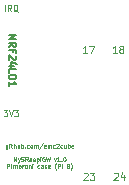
<source format=gto>
G04 #@! TF.FileFunction,Legend,Top*
%FSLAX46Y46*%
G04 Gerber Fmt 4.6, Leading zero omitted, Abs format (unit mm)*
G04 Created by KiCad (PCBNEW 4.0.2-stable) date Lundi 30 mai 2016 16:07:32*
%MOMM*%
G01*
G04 APERTURE LIST*
%ADD10C,0.100000*%
%ADD11C,0.125000*%
%ADD12C,0.080000*%
%ADD13C,0.150000*%
G04 APERTURE END LIST*
D10*
D11*
X53880954Y-39926190D02*
X54190477Y-39926190D01*
X54023811Y-40116667D01*
X54095239Y-40116667D01*
X54142858Y-40140476D01*
X54166668Y-40164286D01*
X54190477Y-40211905D01*
X54190477Y-40330952D01*
X54166668Y-40378571D01*
X54142858Y-40402381D01*
X54095239Y-40426190D01*
X53952382Y-40426190D01*
X53904763Y-40402381D01*
X53880954Y-40378571D01*
X54333334Y-39926190D02*
X54500001Y-40426190D01*
X54666667Y-39926190D01*
X54785715Y-39926190D02*
X55095238Y-39926190D01*
X54928572Y-40116667D01*
X55000000Y-40116667D01*
X55047619Y-40140476D01*
X55071429Y-40164286D01*
X55095238Y-40211905D01*
X55095238Y-40330952D01*
X55071429Y-40378571D01*
X55047619Y-40402381D01*
X55000000Y-40426190D01*
X54857143Y-40426190D01*
X54809524Y-40402381D01*
X54785715Y-40378571D01*
X53988096Y-31526190D02*
X53988096Y-31026190D01*
X54511905Y-31526190D02*
X54345238Y-31288095D01*
X54226191Y-31526190D02*
X54226191Y-31026190D01*
X54416667Y-31026190D01*
X54464286Y-31050000D01*
X54488095Y-31073810D01*
X54511905Y-31121429D01*
X54511905Y-31192857D01*
X54488095Y-31240476D01*
X54464286Y-31264286D01*
X54416667Y-31288095D01*
X54226191Y-31288095D01*
X55059524Y-31573810D02*
X55011905Y-31550000D01*
X54964286Y-31502381D01*
X54892857Y-31430952D01*
X54845238Y-31407143D01*
X54797619Y-31407143D01*
X54821429Y-31526190D02*
X54773810Y-31502381D01*
X54726191Y-31454762D01*
X54702381Y-31359524D01*
X54702381Y-31192857D01*
X54726191Y-31097619D01*
X54773810Y-31050000D01*
X54821429Y-31026190D01*
X54916667Y-31026190D01*
X54964286Y-31050000D01*
X55011905Y-31097619D01*
X55035714Y-31192857D01*
X55035714Y-31359524D01*
X55011905Y-31454762D01*
X54964286Y-31502381D01*
X54916667Y-31526190D01*
X54821429Y-31526190D01*
D12*
X54191665Y-42870000D02*
X54191665Y-43153333D01*
X54174999Y-43186667D01*
X54158332Y-43203333D01*
X54124999Y-43220000D01*
X54074999Y-43220000D01*
X54041665Y-43203333D01*
X54191665Y-43086667D02*
X54158332Y-43103333D01*
X54091665Y-43103333D01*
X54058332Y-43086667D01*
X54041665Y-43070000D01*
X54024999Y-43036667D01*
X54024999Y-42936667D01*
X54041665Y-42903333D01*
X54058332Y-42886667D01*
X54091665Y-42870000D01*
X54158332Y-42870000D01*
X54191665Y-42886667D01*
X54358332Y-43103333D02*
X54358332Y-42870000D01*
X54358332Y-42753333D02*
X54341666Y-42770000D01*
X54358332Y-42786667D01*
X54374999Y-42770000D01*
X54358332Y-42753333D01*
X54358332Y-42786667D01*
X54474999Y-42870000D02*
X54608333Y-42870000D01*
X54524999Y-42753333D02*
X54524999Y-43053333D01*
X54541666Y-43086667D01*
X54574999Y-43103333D01*
X54608333Y-43103333D01*
X54724999Y-43103333D02*
X54724999Y-42753333D01*
X54874999Y-43103333D02*
X54874999Y-42920000D01*
X54858333Y-42886667D01*
X54824999Y-42870000D01*
X54774999Y-42870000D01*
X54741666Y-42886667D01*
X54724999Y-42903333D01*
X55191666Y-42870000D02*
X55191666Y-43103333D01*
X55041666Y-42870000D02*
X55041666Y-43053333D01*
X55058333Y-43086667D01*
X55091666Y-43103333D01*
X55141666Y-43103333D01*
X55175000Y-43086667D01*
X55191666Y-43070000D01*
X55358333Y-43103333D02*
X55358333Y-42753333D01*
X55358333Y-42886667D02*
X55391667Y-42870000D01*
X55458333Y-42870000D01*
X55491667Y-42886667D01*
X55508333Y-42903333D01*
X55525000Y-42936667D01*
X55525000Y-43036667D01*
X55508333Y-43070000D01*
X55491667Y-43086667D01*
X55458333Y-43103333D01*
X55391667Y-43103333D01*
X55358333Y-43086667D01*
X55675000Y-43070000D02*
X55691667Y-43086667D01*
X55675000Y-43103333D01*
X55658334Y-43086667D01*
X55675000Y-43070000D01*
X55675000Y-43103333D01*
X55991667Y-43086667D02*
X55958334Y-43103333D01*
X55891667Y-43103333D01*
X55858334Y-43086667D01*
X55841667Y-43070000D01*
X55825001Y-43036667D01*
X55825001Y-42936667D01*
X55841667Y-42903333D01*
X55858334Y-42886667D01*
X55891667Y-42870000D01*
X55958334Y-42870000D01*
X55991667Y-42886667D01*
X56191667Y-43103333D02*
X56158334Y-43086667D01*
X56141667Y-43070000D01*
X56125001Y-43036667D01*
X56125001Y-42936667D01*
X56141667Y-42903333D01*
X56158334Y-42886667D01*
X56191667Y-42870000D01*
X56241667Y-42870000D01*
X56275001Y-42886667D01*
X56291667Y-42903333D01*
X56308334Y-42936667D01*
X56308334Y-43036667D01*
X56291667Y-43070000D01*
X56275001Y-43086667D01*
X56241667Y-43103333D01*
X56191667Y-43103333D01*
X56458334Y-43103333D02*
X56458334Y-42870000D01*
X56458334Y-42903333D02*
X56475001Y-42886667D01*
X56508334Y-42870000D01*
X56558334Y-42870000D01*
X56591668Y-42886667D01*
X56608334Y-42920000D01*
X56608334Y-43103333D01*
X56608334Y-42920000D02*
X56625001Y-42886667D01*
X56658334Y-42870000D01*
X56708334Y-42870000D01*
X56741668Y-42886667D01*
X56758334Y-42920000D01*
X56758334Y-43103333D01*
X57175001Y-42736667D02*
X56875001Y-43186667D01*
X57425002Y-43086667D02*
X57391668Y-43103333D01*
X57325002Y-43103333D01*
X57291668Y-43086667D01*
X57275002Y-43053333D01*
X57275002Y-42920000D01*
X57291668Y-42886667D01*
X57325002Y-42870000D01*
X57391668Y-42870000D01*
X57425002Y-42886667D01*
X57441668Y-42920000D01*
X57441668Y-42953333D01*
X57275002Y-42986667D01*
X57591668Y-43103333D02*
X57591668Y-42870000D01*
X57591668Y-42903333D02*
X57608335Y-42886667D01*
X57641668Y-42870000D01*
X57691668Y-42870000D01*
X57725002Y-42886667D01*
X57741668Y-42920000D01*
X57741668Y-43103333D01*
X57741668Y-42920000D02*
X57758335Y-42886667D01*
X57791668Y-42870000D01*
X57841668Y-42870000D01*
X57875002Y-42886667D01*
X57891668Y-42920000D01*
X57891668Y-43103333D01*
X58208335Y-43086667D02*
X58175002Y-43103333D01*
X58108335Y-43103333D01*
X58075002Y-43086667D01*
X58058335Y-43070000D01*
X58041669Y-43036667D01*
X58041669Y-42936667D01*
X58058335Y-42903333D01*
X58075002Y-42886667D01*
X58108335Y-42870000D01*
X58175002Y-42870000D01*
X58208335Y-42886667D01*
X58341669Y-42786667D02*
X58358335Y-42770000D01*
X58391669Y-42753333D01*
X58475002Y-42753333D01*
X58508335Y-42770000D01*
X58525002Y-42786667D01*
X58541669Y-42820000D01*
X58541669Y-42853333D01*
X58525002Y-42903333D01*
X58325002Y-43103333D01*
X58541669Y-43103333D01*
X58841668Y-43086667D02*
X58808335Y-43103333D01*
X58741668Y-43103333D01*
X58708335Y-43086667D01*
X58691668Y-43070000D01*
X58675002Y-43036667D01*
X58675002Y-42936667D01*
X58691668Y-42903333D01*
X58708335Y-42886667D01*
X58741668Y-42870000D01*
X58808335Y-42870000D01*
X58841668Y-42886667D01*
X59141668Y-42870000D02*
X59141668Y-43103333D01*
X58991668Y-42870000D02*
X58991668Y-43053333D01*
X59008335Y-43086667D01*
X59041668Y-43103333D01*
X59091668Y-43103333D01*
X59125002Y-43086667D01*
X59141668Y-43070000D01*
X59308335Y-43103333D02*
X59308335Y-42753333D01*
X59308335Y-42886667D02*
X59341669Y-42870000D01*
X59408335Y-42870000D01*
X59441669Y-42886667D01*
X59458335Y-42903333D01*
X59475002Y-42936667D01*
X59475002Y-43036667D01*
X59458335Y-43070000D01*
X59441669Y-43086667D01*
X59408335Y-43103333D01*
X59341669Y-43103333D01*
X59308335Y-43086667D01*
X59758336Y-43086667D02*
X59725002Y-43103333D01*
X59658336Y-43103333D01*
X59625002Y-43086667D01*
X59608336Y-43053333D01*
X59608336Y-42920000D01*
X59625002Y-42886667D01*
X59658336Y-42870000D01*
X59725002Y-42870000D01*
X59758336Y-42886667D01*
X59775002Y-42920000D01*
X59775002Y-42953333D01*
X59608336Y-42986667D01*
X54708333Y-44243333D02*
X54708333Y-43893333D01*
X54825000Y-44143333D01*
X54941667Y-43893333D01*
X54941667Y-44243333D01*
X55075000Y-44010000D02*
X55158333Y-44243333D01*
X55241667Y-44010000D02*
X55158333Y-44243333D01*
X55125000Y-44326667D01*
X55108333Y-44343333D01*
X55075000Y-44360000D01*
X55358334Y-44226667D02*
X55408334Y-44243333D01*
X55491667Y-44243333D01*
X55525000Y-44226667D01*
X55541667Y-44210000D01*
X55558334Y-44176667D01*
X55558334Y-44143333D01*
X55541667Y-44110000D01*
X55525000Y-44093333D01*
X55491667Y-44076667D01*
X55425000Y-44060000D01*
X55391667Y-44043333D01*
X55375000Y-44026667D01*
X55358334Y-43993333D01*
X55358334Y-43960000D01*
X55375000Y-43926667D01*
X55391667Y-43910000D01*
X55425000Y-43893333D01*
X55508334Y-43893333D01*
X55558334Y-43910000D01*
X55908333Y-44243333D02*
X55791667Y-44076667D01*
X55708333Y-44243333D02*
X55708333Y-43893333D01*
X55841667Y-43893333D01*
X55875000Y-43910000D01*
X55891667Y-43926667D01*
X55908333Y-43960000D01*
X55908333Y-44010000D01*
X55891667Y-44043333D01*
X55875000Y-44060000D01*
X55841667Y-44076667D01*
X55708333Y-44076667D01*
X56208333Y-44243333D02*
X56208333Y-44060000D01*
X56191667Y-44026667D01*
X56158333Y-44010000D01*
X56091667Y-44010000D01*
X56058333Y-44026667D01*
X56208333Y-44226667D02*
X56175000Y-44243333D01*
X56091667Y-44243333D01*
X56058333Y-44226667D01*
X56041667Y-44193333D01*
X56041667Y-44160000D01*
X56058333Y-44126667D01*
X56091667Y-44110000D01*
X56175000Y-44110000D01*
X56208333Y-44093333D01*
X56358334Y-44226667D02*
X56391667Y-44243333D01*
X56458334Y-44243333D01*
X56491667Y-44226667D01*
X56508334Y-44193333D01*
X56508334Y-44176667D01*
X56491667Y-44143333D01*
X56458334Y-44126667D01*
X56408334Y-44126667D01*
X56375000Y-44110000D01*
X56358334Y-44076667D01*
X56358334Y-44060000D01*
X56375000Y-44026667D01*
X56408334Y-44010000D01*
X56458334Y-44010000D01*
X56491667Y-44026667D01*
X56658333Y-44010000D02*
X56658333Y-44360000D01*
X56658333Y-44026667D02*
X56691667Y-44010000D01*
X56758333Y-44010000D01*
X56791667Y-44026667D01*
X56808333Y-44043333D01*
X56825000Y-44076667D01*
X56825000Y-44176667D01*
X56808333Y-44210000D01*
X56791667Y-44226667D01*
X56758333Y-44243333D01*
X56691667Y-44243333D01*
X56658333Y-44226667D01*
X56975000Y-44243333D02*
X56975000Y-44010000D01*
X56975000Y-43893333D02*
X56958334Y-43910000D01*
X56975000Y-43926667D01*
X56991667Y-43910000D01*
X56975000Y-43893333D01*
X56975000Y-43926667D01*
X57325001Y-43910000D02*
X57291667Y-43893333D01*
X57241667Y-43893333D01*
X57191667Y-43910000D01*
X57158334Y-43943333D01*
X57141667Y-43976667D01*
X57125001Y-44043333D01*
X57125001Y-44093333D01*
X57141667Y-44160000D01*
X57158334Y-44193333D01*
X57191667Y-44226667D01*
X57241667Y-44243333D01*
X57275001Y-44243333D01*
X57325001Y-44226667D01*
X57341667Y-44210000D01*
X57341667Y-44093333D01*
X57275001Y-44093333D01*
X57458334Y-43893333D02*
X57541667Y-44243333D01*
X57608334Y-43993333D01*
X57675001Y-44243333D01*
X57758334Y-43893333D01*
X58125001Y-44010000D02*
X58208334Y-44243333D01*
X58291668Y-44010000D01*
X58608335Y-44243333D02*
X58408335Y-44243333D01*
X58508335Y-44243333D02*
X58508335Y-43893333D01*
X58475001Y-43943333D01*
X58441668Y-43976667D01*
X58408335Y-43993333D01*
X58758334Y-44210000D02*
X58775001Y-44226667D01*
X58758334Y-44243333D01*
X58741668Y-44226667D01*
X58758334Y-44210000D01*
X58758334Y-44243333D01*
X58991668Y-43893333D02*
X59025001Y-43893333D01*
X59058335Y-43910000D01*
X59075001Y-43926667D01*
X59091668Y-43960000D01*
X59108335Y-44026667D01*
X59108335Y-44110000D01*
X59091668Y-44176667D01*
X59075001Y-44210000D01*
X59058335Y-44226667D01*
X59025001Y-44243333D01*
X58991668Y-44243333D01*
X58958335Y-44226667D01*
X58941668Y-44210000D01*
X58925001Y-44176667D01*
X58908335Y-44110000D01*
X58908335Y-44026667D01*
X58925001Y-43960000D01*
X58941668Y-43926667D01*
X58958335Y-43910000D01*
X58991668Y-43893333D01*
X54158332Y-44813333D02*
X54158332Y-44463333D01*
X54291666Y-44463333D01*
X54324999Y-44480000D01*
X54341666Y-44496667D01*
X54358332Y-44530000D01*
X54358332Y-44580000D01*
X54341666Y-44613333D01*
X54324999Y-44630000D01*
X54291666Y-44646667D01*
X54158332Y-44646667D01*
X54508332Y-44813333D02*
X54508332Y-44580000D01*
X54508332Y-44463333D02*
X54491666Y-44480000D01*
X54508332Y-44496667D01*
X54524999Y-44480000D01*
X54508332Y-44463333D01*
X54508332Y-44496667D01*
X54674999Y-44813333D02*
X54674999Y-44580000D01*
X54674999Y-44613333D02*
X54691666Y-44596667D01*
X54724999Y-44580000D01*
X54774999Y-44580000D01*
X54808333Y-44596667D01*
X54824999Y-44630000D01*
X54824999Y-44813333D01*
X54824999Y-44630000D02*
X54841666Y-44596667D01*
X54874999Y-44580000D01*
X54924999Y-44580000D01*
X54958333Y-44596667D01*
X54974999Y-44630000D01*
X54974999Y-44813333D01*
X55191666Y-44813333D02*
X55158333Y-44796667D01*
X55141666Y-44780000D01*
X55125000Y-44746667D01*
X55125000Y-44646667D01*
X55141666Y-44613333D01*
X55158333Y-44596667D01*
X55191666Y-44580000D01*
X55241666Y-44580000D01*
X55275000Y-44596667D01*
X55291666Y-44613333D01*
X55308333Y-44646667D01*
X55308333Y-44746667D01*
X55291666Y-44780000D01*
X55275000Y-44796667D01*
X55241666Y-44813333D01*
X55191666Y-44813333D01*
X55458333Y-44813333D02*
X55458333Y-44580000D01*
X55458333Y-44646667D02*
X55475000Y-44613333D01*
X55491667Y-44596667D01*
X55525000Y-44580000D01*
X55558333Y-44580000D01*
X55725000Y-44813333D02*
X55691667Y-44796667D01*
X55675000Y-44780000D01*
X55658334Y-44746667D01*
X55658334Y-44646667D01*
X55675000Y-44613333D01*
X55691667Y-44596667D01*
X55725000Y-44580000D01*
X55775000Y-44580000D01*
X55808334Y-44596667D01*
X55825000Y-44613333D01*
X55841667Y-44646667D01*
X55841667Y-44746667D01*
X55825000Y-44780000D01*
X55808334Y-44796667D01*
X55775000Y-44813333D01*
X55725000Y-44813333D01*
X55991667Y-44580000D02*
X55991667Y-44813333D01*
X55991667Y-44613333D02*
X56008334Y-44596667D01*
X56041667Y-44580000D01*
X56091667Y-44580000D01*
X56125001Y-44596667D01*
X56141667Y-44630000D01*
X56141667Y-44813333D01*
X56308334Y-44813333D02*
X56308334Y-44580000D01*
X56308334Y-44463333D02*
X56291668Y-44480000D01*
X56308334Y-44496667D01*
X56325001Y-44480000D01*
X56308334Y-44463333D01*
X56308334Y-44496667D01*
X56891668Y-44796667D02*
X56858335Y-44813333D01*
X56791668Y-44813333D01*
X56758335Y-44796667D01*
X56741668Y-44780000D01*
X56725002Y-44746667D01*
X56725002Y-44646667D01*
X56741668Y-44613333D01*
X56758335Y-44596667D01*
X56791668Y-44580000D01*
X56858335Y-44580000D01*
X56891668Y-44596667D01*
X57191668Y-44813333D02*
X57191668Y-44630000D01*
X57175002Y-44596667D01*
X57141668Y-44580000D01*
X57075002Y-44580000D01*
X57041668Y-44596667D01*
X57191668Y-44796667D02*
X57158335Y-44813333D01*
X57075002Y-44813333D01*
X57041668Y-44796667D01*
X57025002Y-44763333D01*
X57025002Y-44730000D01*
X57041668Y-44696667D01*
X57075002Y-44680000D01*
X57158335Y-44680000D01*
X57191668Y-44663333D01*
X57341669Y-44796667D02*
X57375002Y-44813333D01*
X57441669Y-44813333D01*
X57475002Y-44796667D01*
X57491669Y-44763333D01*
X57491669Y-44746667D01*
X57475002Y-44713333D01*
X57441669Y-44696667D01*
X57391669Y-44696667D01*
X57358335Y-44680000D01*
X57341669Y-44646667D01*
X57341669Y-44630000D01*
X57358335Y-44596667D01*
X57391669Y-44580000D01*
X57441669Y-44580000D01*
X57475002Y-44596667D01*
X57775002Y-44796667D02*
X57741668Y-44813333D01*
X57675002Y-44813333D01*
X57641668Y-44796667D01*
X57625002Y-44763333D01*
X57625002Y-44630000D01*
X57641668Y-44596667D01*
X57675002Y-44580000D01*
X57741668Y-44580000D01*
X57775002Y-44596667D01*
X57791668Y-44630000D01*
X57791668Y-44663333D01*
X57625002Y-44696667D01*
X58308335Y-44946667D02*
X58291669Y-44930000D01*
X58258335Y-44880000D01*
X58241669Y-44846667D01*
X58225002Y-44796667D01*
X58208335Y-44713333D01*
X58208335Y-44646667D01*
X58225002Y-44563333D01*
X58241669Y-44513333D01*
X58258335Y-44480000D01*
X58291669Y-44430000D01*
X58308335Y-44413333D01*
X58441668Y-44813333D02*
X58441668Y-44463333D01*
X58575002Y-44463333D01*
X58608335Y-44480000D01*
X58625002Y-44496667D01*
X58641668Y-44530000D01*
X58641668Y-44580000D01*
X58625002Y-44613333D01*
X58608335Y-44630000D01*
X58575002Y-44646667D01*
X58441668Y-44646667D01*
X58791668Y-44813333D02*
X58791668Y-44580000D01*
X58791668Y-44463333D02*
X58775002Y-44480000D01*
X58791668Y-44496667D01*
X58808335Y-44480000D01*
X58791668Y-44463333D01*
X58791668Y-44496667D01*
X59341669Y-44630000D02*
X59391669Y-44646667D01*
X59408336Y-44663333D01*
X59425002Y-44696667D01*
X59425002Y-44746667D01*
X59408336Y-44780000D01*
X59391669Y-44796667D01*
X59358336Y-44813333D01*
X59225002Y-44813333D01*
X59225002Y-44463333D01*
X59341669Y-44463333D01*
X59375002Y-44480000D01*
X59391669Y-44496667D01*
X59408336Y-44530000D01*
X59408336Y-44563333D01*
X59391669Y-44596667D01*
X59375002Y-44613333D01*
X59341669Y-44630000D01*
X59225002Y-44630000D01*
X59541669Y-44946667D02*
X59558336Y-44930000D01*
X59591669Y-44880000D01*
X59608336Y-44846667D01*
X59625002Y-44796667D01*
X59641669Y-44713333D01*
X59641669Y-44646667D01*
X59625002Y-44563333D01*
X59608336Y-44513333D01*
X59591669Y-44480000D01*
X59558336Y-44430000D01*
X59541669Y-44413333D01*
D13*
X54328571Y-33585714D02*
X54928571Y-33585714D01*
X54328571Y-33928571D01*
X54928571Y-33928571D01*
X54328571Y-34557142D02*
X54614286Y-34357142D01*
X54328571Y-34214285D02*
X54928571Y-34214285D01*
X54928571Y-34442857D01*
X54900000Y-34499999D01*
X54871429Y-34528571D01*
X54814286Y-34557142D01*
X54728571Y-34557142D01*
X54671429Y-34528571D01*
X54642857Y-34499999D01*
X54614286Y-34442857D01*
X54614286Y-34214285D01*
X54642857Y-35014285D02*
X54642857Y-34814285D01*
X54328571Y-34814285D02*
X54928571Y-34814285D01*
X54928571Y-35099999D01*
X54871429Y-35300000D02*
X54900000Y-35328571D01*
X54928571Y-35385714D01*
X54928571Y-35528571D01*
X54900000Y-35585714D01*
X54871429Y-35614285D01*
X54814286Y-35642857D01*
X54757143Y-35642857D01*
X54671429Y-35614285D01*
X54328571Y-35271428D01*
X54328571Y-35642857D01*
X54728571Y-36157143D02*
X54328571Y-36157143D01*
X54957143Y-36014286D02*
X54528571Y-35871429D01*
X54528571Y-36242857D01*
X54328571Y-36757143D02*
X54328571Y-36471429D01*
X54928571Y-36471429D01*
X54928571Y-37071429D02*
X54928571Y-37128572D01*
X54900000Y-37185715D01*
X54871429Y-37214286D01*
X54814286Y-37242857D01*
X54700000Y-37271429D01*
X54557143Y-37271429D01*
X54442857Y-37242857D01*
X54385714Y-37214286D01*
X54357143Y-37185715D01*
X54328571Y-37128572D01*
X54328571Y-37071429D01*
X54357143Y-37014286D01*
X54385714Y-36985715D01*
X54442857Y-36957143D01*
X54557143Y-36928572D01*
X54700000Y-36928572D01*
X54814286Y-36957143D01*
X54871429Y-36985715D01*
X54900000Y-37014286D01*
X54928571Y-37071429D01*
X54328571Y-37842858D02*
X54328571Y-37500001D01*
X54328571Y-37671429D02*
X54928571Y-37671429D01*
X54842857Y-37614286D01*
X54785714Y-37557144D01*
X54757143Y-37500001D01*
D11*
X63435714Y-35071429D02*
X63092857Y-35071429D01*
X63264285Y-35071429D02*
X63264285Y-34471429D01*
X63207142Y-34557143D01*
X63150000Y-34614286D01*
X63092857Y-34642857D01*
X63778571Y-34728571D02*
X63721429Y-34700000D01*
X63692857Y-34671429D01*
X63664286Y-34614286D01*
X63664286Y-34585714D01*
X63692857Y-34528571D01*
X63721429Y-34500000D01*
X63778571Y-34471429D01*
X63892857Y-34471429D01*
X63950000Y-34500000D01*
X63978571Y-34528571D01*
X64007143Y-34585714D01*
X64007143Y-34614286D01*
X63978571Y-34671429D01*
X63950000Y-34700000D01*
X63892857Y-34728571D01*
X63778571Y-34728571D01*
X63721429Y-34757143D01*
X63692857Y-34785714D01*
X63664286Y-34842857D01*
X63664286Y-34957143D01*
X63692857Y-35014286D01*
X63721429Y-35042857D01*
X63778571Y-35071429D01*
X63892857Y-35071429D01*
X63950000Y-35042857D01*
X63978571Y-35014286D01*
X64007143Y-34957143D01*
X64007143Y-34842857D01*
X63978571Y-34785714D01*
X63950000Y-34757143D01*
X63892857Y-34728571D01*
X60935714Y-35071429D02*
X60592857Y-35071429D01*
X60764285Y-35071429D02*
X60764285Y-34471429D01*
X60707142Y-34557143D01*
X60650000Y-34614286D01*
X60592857Y-34642857D01*
X61135714Y-34471429D02*
X61535714Y-34471429D01*
X61278571Y-35071429D01*
X60642857Y-45278571D02*
X60671428Y-45250000D01*
X60728571Y-45221429D01*
X60871428Y-45221429D01*
X60928571Y-45250000D01*
X60957142Y-45278571D01*
X60985714Y-45335714D01*
X60985714Y-45392857D01*
X60957142Y-45478571D01*
X60614285Y-45821429D01*
X60985714Y-45821429D01*
X61185714Y-45221429D02*
X61557143Y-45221429D01*
X61357143Y-45450000D01*
X61442857Y-45450000D01*
X61500000Y-45478571D01*
X61528571Y-45507143D01*
X61557143Y-45564286D01*
X61557143Y-45707143D01*
X61528571Y-45764286D01*
X61500000Y-45792857D01*
X61442857Y-45821429D01*
X61271429Y-45821429D01*
X61214286Y-45792857D01*
X61185714Y-45764286D01*
X63192857Y-45278571D02*
X63221428Y-45250000D01*
X63278571Y-45221429D01*
X63421428Y-45221429D01*
X63478571Y-45250000D01*
X63507142Y-45278571D01*
X63535714Y-45335714D01*
X63535714Y-45392857D01*
X63507142Y-45478571D01*
X63164285Y-45821429D01*
X63535714Y-45821429D01*
X64050000Y-45421429D02*
X64050000Y-45821429D01*
X63907143Y-45192857D02*
X63764286Y-45621429D01*
X64135714Y-45621429D01*
M02*

</source>
